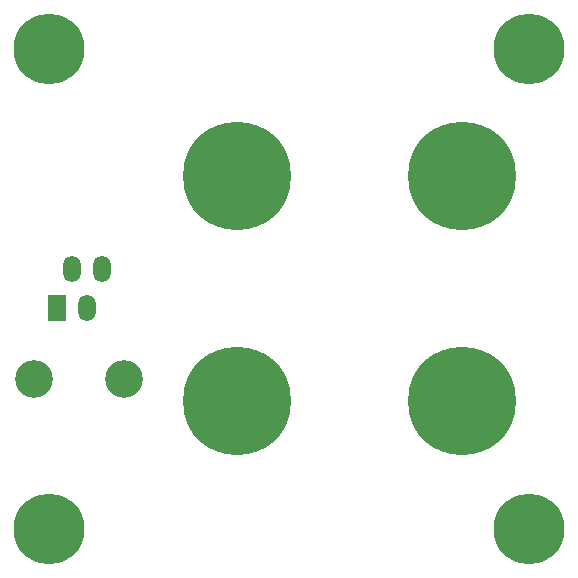
<source format=gbs>
G04 (created by PCBNEW (2013-07-07 BZR 4022)-stable) date 6/30/2014 1:32:33 AM*
%MOIN*%
G04 Gerber Fmt 3.4, Leading zero omitted, Abs format*
%FSLAX34Y34*%
G01*
G70*
G90*
G04 APERTURE LIST*
%ADD10C,0.00590551*%
%ADD11C,0.36*%
%ADD12O,0.059X0.0885*%
%ADD13R,0.059X0.0885*%
%ADD14C,0.125984*%
%ADD15C,0.23622*%
G04 APERTURE END LIST*
G54D10*
G54D11*
X73000Y-40750D03*
X80500Y-40750D03*
X80500Y-48250D03*
X73000Y-48250D03*
G54D12*
X67500Y-43852D03*
X68500Y-43852D03*
G54D13*
X67000Y-45147D03*
G54D12*
X68000Y-45147D03*
G54D14*
X69248Y-47500D03*
X66248Y-47500D03*
G54D15*
X82750Y-52500D03*
X82750Y-36500D03*
X66750Y-52500D03*
X66750Y-36500D03*
M02*

</source>
